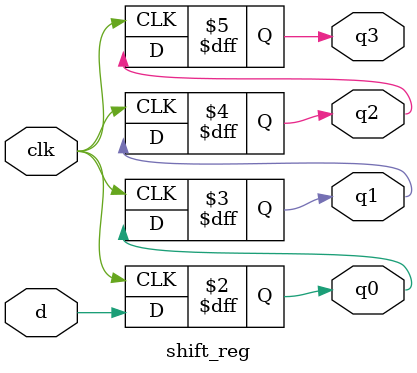
<source format=v>
`timescale 1ns / 1ps


module shift_reg(q0, q1, q2, q3, d, clk  );

input d, clk;
output reg q0, q1, q2, q3;

always @ (posedge clk)
begin 
   q0 <= d;
   q1 <= q0;
   q2 <= q1;
   q3 = q2 ;
   
   end 
endmodule

</source>
